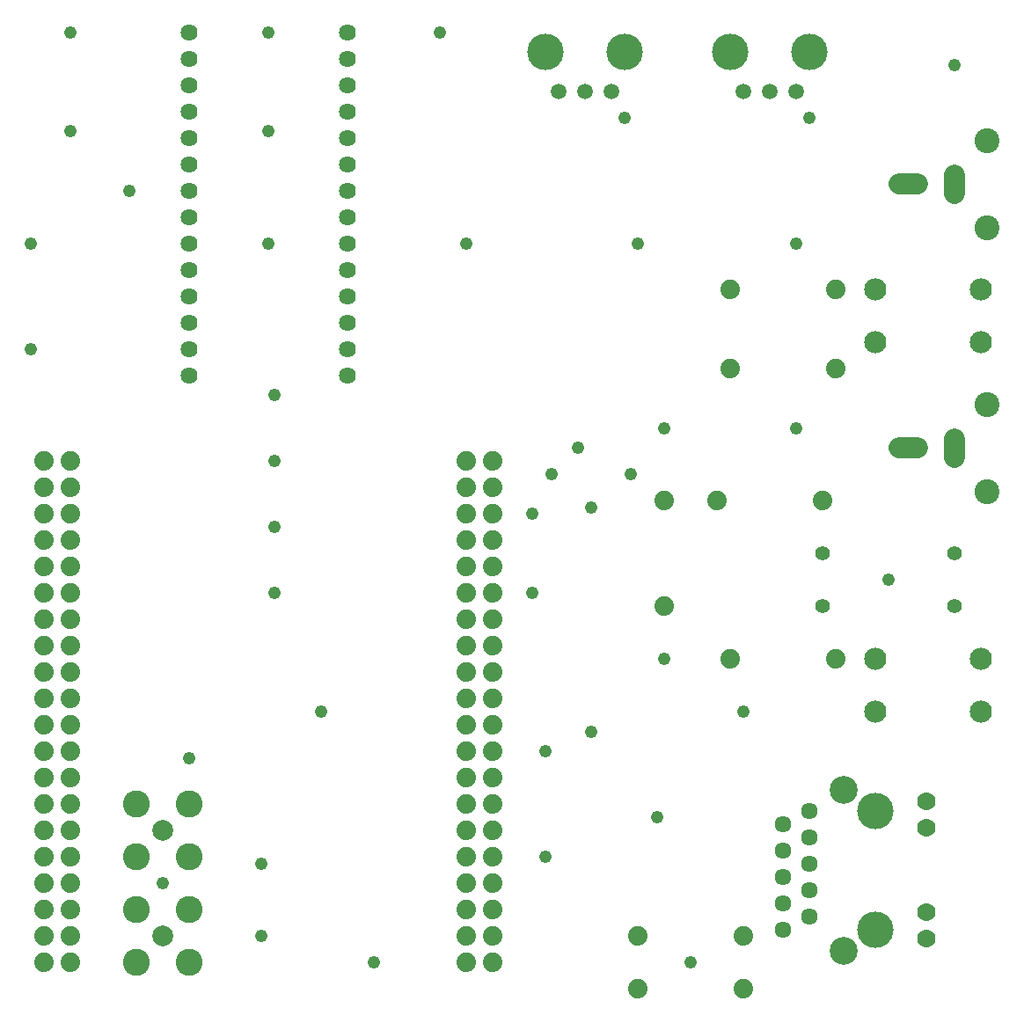
<source format=gbs>
G75*
%MOIN*%
%OFA0B0*%
%FSLAX25Y25*%
%IPPOS*%
%LPD*%
%AMOC8*
5,1,8,0,0,1.08239X$1,22.5*
%
%ADD10C,0.05556*%
%ADD11C,0.07400*%
%ADD12C,0.05950*%
%ADD13C,0.13800*%
%ADD14C,0.07887*%
%ADD15C,0.09461*%
%ADD16C,0.07887*%
%ADD17C,0.10249*%
%ADD18C,0.10550*%
%ADD19C,0.06343*%
%ADD20C,0.06950*%
%ADD21C,0.06400*%
%ADD22C,0.08400*%
%ADD23C,0.04762*%
D10*
X0321500Y0161500D03*
X0321500Y0181500D03*
X0371500Y0181500D03*
X0371500Y0161500D03*
D11*
X0026500Y0026500D03*
X0026500Y0036500D03*
X0026500Y0046500D03*
X0026500Y0056500D03*
X0026500Y0066500D03*
X0026500Y0076500D03*
X0026500Y0086500D03*
X0026500Y0096500D03*
X0026500Y0106500D03*
X0026500Y0116500D03*
X0026500Y0126500D03*
X0026500Y0136500D03*
X0026500Y0146500D03*
X0026500Y0156500D03*
X0026500Y0166500D03*
X0026500Y0176500D03*
X0026500Y0186500D03*
X0026500Y0196500D03*
X0026500Y0206500D03*
X0026500Y0216500D03*
X0036500Y0216500D03*
X0036500Y0206500D03*
X0036500Y0196500D03*
X0036500Y0186500D03*
X0036500Y0176500D03*
X0036500Y0166500D03*
X0036500Y0156500D03*
X0036500Y0146500D03*
X0036500Y0136500D03*
X0036500Y0126500D03*
X0036500Y0116500D03*
X0036500Y0106500D03*
X0036500Y0096500D03*
X0036500Y0086500D03*
X0036500Y0076500D03*
X0036500Y0066500D03*
X0036500Y0056500D03*
X0036500Y0046500D03*
X0036500Y0036500D03*
X0036500Y0026500D03*
X0186500Y0026500D03*
X0186500Y0036500D03*
X0186500Y0046500D03*
X0196500Y0046500D03*
X0196500Y0036500D03*
X0196500Y0026500D03*
X0196500Y0056500D03*
X0196500Y0066500D03*
X0196500Y0076500D03*
X0186500Y0076500D03*
X0186500Y0066500D03*
X0186500Y0056500D03*
X0186500Y0086500D03*
X0186500Y0096500D03*
X0186500Y0106500D03*
X0196500Y0106500D03*
X0196500Y0096500D03*
X0196500Y0086500D03*
X0196500Y0116500D03*
X0196500Y0126500D03*
X0196500Y0136500D03*
X0186500Y0136500D03*
X0186500Y0126500D03*
X0186500Y0116500D03*
X0186500Y0146500D03*
X0186500Y0156500D03*
X0186500Y0166500D03*
X0196500Y0166500D03*
X0196500Y0156500D03*
X0196500Y0146500D03*
X0196500Y0176500D03*
X0196500Y0186500D03*
X0196500Y0196500D03*
X0186500Y0196500D03*
X0186500Y0186500D03*
X0186500Y0176500D03*
X0186500Y0206500D03*
X0186500Y0216500D03*
X0196500Y0216500D03*
X0196500Y0206500D03*
X0261500Y0201500D03*
X0281500Y0201500D03*
X0261500Y0161500D03*
X0286500Y0141500D03*
X0326500Y0141500D03*
X0321500Y0201500D03*
X0326500Y0251500D03*
X0326500Y0281500D03*
X0286500Y0281500D03*
X0286500Y0251500D03*
X0291500Y0036500D03*
X0291500Y0016500D03*
X0251500Y0016500D03*
X0251500Y0036500D03*
D12*
X0241500Y0356500D03*
X0231500Y0356500D03*
X0221500Y0356500D03*
X0291500Y0356500D03*
X0301500Y0356500D03*
X0311500Y0356500D03*
D13*
X0316500Y0371500D03*
X0286500Y0371500D03*
X0246500Y0371500D03*
X0216500Y0371500D03*
X0341500Y0084000D03*
X0341500Y0039000D03*
D14*
X0371500Y0217957D02*
X0371500Y0225043D01*
X0357543Y0221500D02*
X0350457Y0221500D01*
X0371500Y0317957D02*
X0371500Y0325043D01*
X0357543Y0321500D02*
X0350457Y0321500D01*
D15*
X0384000Y0305000D03*
X0384000Y0338000D03*
X0384000Y0238000D03*
X0384000Y0205000D03*
D16*
X0071500Y0076500D03*
X0071500Y0036500D03*
D17*
X0081500Y0026500D03*
X0081500Y0046500D03*
X0081500Y0066500D03*
X0081500Y0086500D03*
X0061500Y0086500D03*
X0061500Y0066500D03*
X0061500Y0046500D03*
X0061500Y0026500D03*
D18*
X0329500Y0031000D03*
X0329500Y0092000D03*
D19*
X0316500Y0084000D03*
X0316500Y0074000D03*
X0306500Y0069000D03*
X0306500Y0079000D03*
X0316500Y0064000D03*
X0316500Y0054000D03*
X0316500Y0044000D03*
X0306500Y0039000D03*
X0306500Y0049000D03*
X0306500Y0059000D03*
D20*
X0361000Y0045500D03*
X0361000Y0035500D03*
X0361000Y0077500D03*
X0361000Y0087500D03*
D21*
X0141500Y0249000D03*
X0141500Y0259000D03*
X0141500Y0269000D03*
X0141500Y0279000D03*
X0141500Y0289000D03*
X0141500Y0299000D03*
X0141500Y0309000D03*
X0141500Y0319000D03*
X0141500Y0329000D03*
X0141500Y0339000D03*
X0141500Y0349000D03*
X0141500Y0359000D03*
X0141500Y0369000D03*
X0141500Y0379000D03*
X0081500Y0379000D03*
X0081500Y0369000D03*
X0081500Y0359000D03*
X0081500Y0349000D03*
X0081500Y0339000D03*
X0081500Y0329000D03*
X0081500Y0319000D03*
X0081500Y0309000D03*
X0081500Y0299000D03*
X0081500Y0289000D03*
X0081500Y0279000D03*
X0081500Y0269000D03*
X0081500Y0259000D03*
X0081500Y0249000D03*
D22*
X0341500Y0261500D03*
X0341500Y0281500D03*
X0381500Y0281500D03*
X0381500Y0261500D03*
X0381500Y0141500D03*
X0381500Y0121500D03*
X0341500Y0121500D03*
X0341500Y0141500D03*
D23*
X0346500Y0171500D03*
X0311500Y0229000D03*
X0261500Y0229000D03*
X0249000Y0211500D03*
X0234000Y0199000D03*
X0219000Y0211500D03*
X0229000Y0221500D03*
X0211500Y0196500D03*
X0211500Y0166500D03*
X0261500Y0141500D03*
X0234000Y0114000D03*
X0216500Y0106500D03*
X0216500Y0066500D03*
X0259000Y0081500D03*
X0291500Y0121500D03*
X0271500Y0026500D03*
X0151500Y0026500D03*
X0109000Y0036500D03*
X0109000Y0064000D03*
X0071500Y0056500D03*
X0081500Y0104000D03*
X0131500Y0121500D03*
X0114000Y0166500D03*
X0114000Y0191500D03*
X0114000Y0216500D03*
X0114000Y0241500D03*
X0111500Y0299000D03*
X0111500Y0341500D03*
X0111500Y0379000D03*
X0059000Y0319000D03*
X0036500Y0341500D03*
X0036500Y0379000D03*
X0021500Y0299000D03*
X0021500Y0259000D03*
X0176500Y0379000D03*
X0246500Y0346500D03*
X0251500Y0299000D03*
X0311500Y0299000D03*
X0316500Y0346500D03*
X0371500Y0366500D03*
X0186500Y0299000D03*
M02*

</source>
